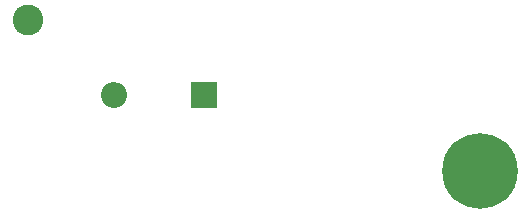
<source format=gbs>
G04 #@! TF.GenerationSoftware,KiCad,Pcbnew,8.0.0*
G04 #@! TF.CreationDate,2024-08-05T13:19:55+02:00*
G04 #@! TF.ProjectId,BatteryBridge,42617474-6572-4794-9272-696467652e6b,rev?*
G04 #@! TF.SameCoordinates,Original*
G04 #@! TF.FileFunction,Soldermask,Bot*
G04 #@! TF.FilePolarity,Negative*
%FSLAX46Y46*%
G04 Gerber Fmt 4.6, Leading zero omitted, Abs format (unit mm)*
G04 Created by KiCad (PCBNEW 8.0.0) date 2024-08-05 13:19:55*
%MOMM*%
%LPD*%
G01*
G04 APERTURE LIST*
%ADD10C,0.800000*%
%ADD11C,6.400000*%
%ADD12R,2.200000X2.200000*%
%ADD13O,2.200000X2.200000*%
%ADD14C,2.600000*%
G04 APERTURE END LIST*
D10*
X145860000Y-92770000D03*
X146562944Y-91072944D03*
X146562944Y-94467056D03*
X148260000Y-90370000D03*
D11*
X148260000Y-92770000D03*
D10*
X148260000Y-95170000D03*
X149957056Y-91072944D03*
X149957056Y-94467056D03*
X150660000Y-92770000D03*
D12*
X124900000Y-86300000D03*
D13*
X117280000Y-86300000D03*
D14*
X110000000Y-80000000D03*
M02*

</source>
